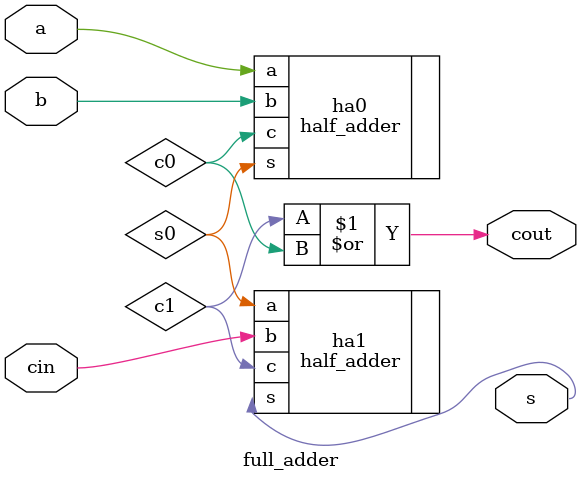
<source format=v>
module full_adder(a,b,cin,cout,s);
    input a;
    input b;
    input cin;
    output cout;
    output s;
    wire c0;
    wire c1;
    wire s0;

    half_adder ha0(.a(a),.b(b),.c(c0),.s(s0));
    half_adder ha1(.a(s0),.b(cin),.c(c1),.s(s));
    assign cout = c1 | c0;
endmodule
</source>
